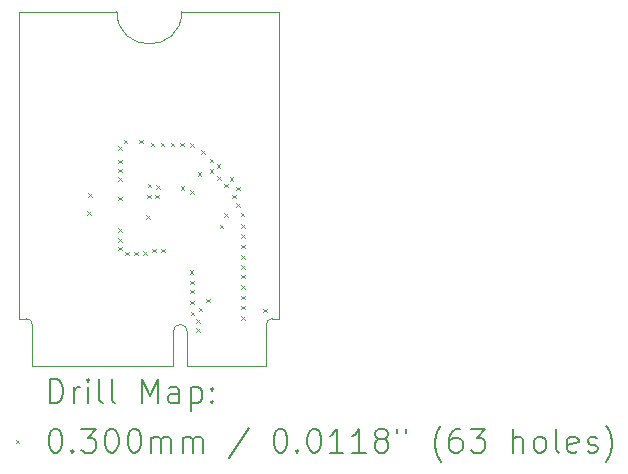
<source format=gbr>
%TF.GenerationSoftware,KiCad,Pcbnew,7.0.11-7.0.11~ubuntu22.04.1*%
%TF.CreationDate,2024-05-19T21:46:37+02:00*%
%TF.ProjectId,m.2_usd,6d2e325f-7573-4642-9e6b-696361645f70,rev?*%
%TF.SameCoordinates,Original*%
%TF.FileFunction,Drillmap*%
%TF.FilePolarity,Positive*%
%FSLAX45Y45*%
G04 Gerber Fmt 4.5, Leading zero omitted, Abs format (unit mm)*
G04 Created by KiCad (PCBNEW 7.0.11-7.0.11~ubuntu22.04.1) date 2024-05-19 21:46:37*
%MOMM*%
%LPD*%
G01*
G04 APERTURE LIST*
%ADD10C,0.050000*%
%ADD11C,0.200000*%
%ADD12C,0.100000*%
G04 APERTURE END LIST*
D10*
X-1100000Y3000000D02*
X-1100000Y400000D01*
X-1100000Y400000D02*
X-1040000Y400000D01*
X-990000Y0D02*
X-990000Y350000D01*
X-990000Y0D02*
X202500Y0D01*
X-275000Y3000000D02*
X-1100000Y3000000D01*
X202500Y0D02*
X202500Y290000D01*
X275000Y3000000D02*
X1100000Y3000000D01*
X322500Y0D02*
X322500Y290000D01*
X990000Y0D02*
X322500Y0D01*
X990000Y0D02*
X990000Y350000D01*
X1100000Y3000000D02*
X1100000Y400000D01*
X1100000Y400000D02*
X1040000Y400000D01*
X-990000Y350000D02*
G75*
G03*
X-1040000Y400000I-50000J0D01*
G01*
X322500Y290000D02*
G75*
G03*
X202500Y290000I-60000J0D01*
G01*
X-275000Y3000000D02*
G75*
G03*
X275000Y3000000I275000J0D01*
G01*
X1040000Y400000D02*
G75*
G03*
X990000Y350000I0J-50000D01*
G01*
D11*
D12*
X-525000Y1307500D02*
X-495000Y1277500D01*
X-495000Y1307500D02*
X-525000Y1277500D01*
X-515000Y1462500D02*
X-485000Y1432500D01*
X-485000Y1462500D02*
X-515000Y1432500D01*
X-265000Y1860000D02*
X-235000Y1830000D01*
X-235000Y1860000D02*
X-265000Y1830000D01*
X-265000Y1745000D02*
X-235000Y1715000D01*
X-235000Y1745000D02*
X-265000Y1715000D01*
X-265000Y1670000D02*
X-235000Y1640000D01*
X-235000Y1670000D02*
X-265000Y1640000D01*
X-265000Y1595000D02*
X-235000Y1565000D01*
X-235000Y1595000D02*
X-265000Y1565000D01*
X-265000Y1430000D02*
X-235000Y1400000D01*
X-235000Y1430000D02*
X-265000Y1400000D01*
X-265000Y1165000D02*
X-235000Y1135000D01*
X-235000Y1165000D02*
X-265000Y1135000D01*
X-265000Y1080000D02*
X-235000Y1050000D01*
X-235000Y1080000D02*
X-265000Y1050000D01*
X-265000Y1010000D02*
X-235000Y980000D01*
X-235000Y1010000D02*
X-265000Y980000D01*
X-215000Y1915000D02*
X-185000Y1885000D01*
X-185000Y1915000D02*
X-215000Y1885000D01*
X-205000Y965000D02*
X-175000Y935000D01*
X-175000Y965000D02*
X-205000Y935000D01*
X-130000Y965000D02*
X-100000Y935000D01*
X-100000Y965000D02*
X-130000Y935000D01*
X-85000Y1915000D02*
X-55000Y1885000D01*
X-55000Y1915000D02*
X-85000Y1885000D01*
X-50000Y970000D02*
X-20000Y940000D01*
X-20000Y970000D02*
X-50000Y940000D01*
X-25000Y1275000D02*
X5000Y1245000D01*
X5000Y1275000D02*
X-25000Y1245000D01*
X-20000Y1450000D02*
X10000Y1420000D01*
X10000Y1450000D02*
X-20000Y1420000D01*
X-15000Y1540000D02*
X15000Y1510000D01*
X15000Y1540000D02*
X-15000Y1510000D01*
X10000Y1890000D02*
X40000Y1860000D01*
X40000Y1890000D02*
X10000Y1860000D01*
X25000Y990000D02*
X55000Y960000D01*
X55000Y990000D02*
X25000Y960000D01*
X50000Y1450000D02*
X80000Y1420000D01*
X80000Y1450000D02*
X50000Y1420000D01*
X60000Y1530000D02*
X90000Y1500000D01*
X90000Y1530000D02*
X60000Y1500000D01*
X95000Y1890000D02*
X125000Y1860000D01*
X125000Y1890000D02*
X95000Y1860000D01*
X100000Y990000D02*
X130000Y960000D01*
X130000Y990000D02*
X100000Y960000D01*
X180000Y1890000D02*
X210000Y1860000D01*
X210000Y1890000D02*
X180000Y1860000D01*
X260000Y1890000D02*
X290000Y1860000D01*
X290000Y1890000D02*
X260000Y1860000D01*
X265000Y1520167D02*
X295000Y1490167D01*
X295000Y1520167D02*
X265000Y1490167D01*
X342500Y807500D02*
X372500Y777500D01*
X372500Y807500D02*
X342500Y777500D01*
X345000Y1885000D02*
X375000Y1855000D01*
X375000Y1885000D02*
X345000Y1855000D01*
X345000Y1485000D02*
X375000Y1455000D01*
X375000Y1485000D02*
X345000Y1455000D01*
X345000Y720000D02*
X375000Y690000D01*
X375000Y720000D02*
X345000Y690000D01*
X345000Y645000D02*
X375000Y615000D01*
X375000Y645000D02*
X345000Y615000D01*
X345000Y550000D02*
X375000Y520000D01*
X375000Y550000D02*
X345000Y520000D01*
X349065Y459547D02*
X379065Y429547D01*
X379065Y459547D02*
X349065Y429547D01*
X395000Y395000D02*
X425000Y365000D01*
X425000Y395000D02*
X395000Y365000D01*
X395000Y320000D02*
X425000Y290000D01*
X425000Y320000D02*
X395000Y290000D01*
X410000Y1640000D02*
X440000Y1610000D01*
X440000Y1640000D02*
X410000Y1610000D01*
X416577Y492214D02*
X446577Y462214D01*
X446577Y492214D02*
X416577Y462214D01*
X440000Y1825000D02*
X470000Y1795000D01*
X470000Y1825000D02*
X440000Y1795000D01*
X479629Y567129D02*
X509629Y537129D01*
X509629Y567129D02*
X479629Y537129D01*
X510000Y1755000D02*
X540000Y1725000D01*
X540000Y1755000D02*
X510000Y1725000D01*
X510000Y1665000D02*
X540000Y1635000D01*
X540000Y1665000D02*
X510000Y1635000D01*
X570000Y1705000D02*
X600000Y1675000D01*
X600000Y1705000D02*
X570000Y1675000D01*
X575000Y1605000D02*
X605000Y1575000D01*
X605000Y1605000D02*
X575000Y1575000D01*
X595000Y1195000D02*
X625000Y1165000D01*
X625000Y1195000D02*
X595000Y1165000D01*
X635000Y1540000D02*
X665000Y1510000D01*
X665000Y1540000D02*
X635000Y1510000D01*
X635000Y1290000D02*
X665000Y1260000D01*
X665000Y1290000D02*
X635000Y1260000D01*
X680000Y1595000D02*
X710000Y1565000D01*
X710000Y1595000D02*
X680000Y1565000D01*
X700000Y1450000D02*
X730000Y1420000D01*
X730000Y1450000D02*
X700000Y1420000D01*
X735000Y1515000D02*
X765000Y1485000D01*
X765000Y1515000D02*
X735000Y1485000D01*
X735000Y1375000D02*
X765000Y1345000D01*
X765000Y1375000D02*
X735000Y1345000D01*
X775000Y1295000D02*
X805000Y1265000D01*
X805000Y1295000D02*
X775000Y1265000D01*
X780000Y1200000D02*
X810000Y1170000D01*
X810000Y1200000D02*
X780000Y1170000D01*
X780000Y1112500D02*
X810000Y1082500D01*
X810000Y1112500D02*
X780000Y1082500D01*
X780000Y1025000D02*
X810000Y995000D01*
X810000Y1025000D02*
X780000Y995000D01*
X780000Y937500D02*
X810000Y907500D01*
X810000Y937500D02*
X780000Y907500D01*
X780000Y850000D02*
X810000Y820000D01*
X810000Y850000D02*
X780000Y820000D01*
X780000Y770000D02*
X810000Y740000D01*
X810000Y770000D02*
X780000Y740000D01*
X780000Y682500D02*
X810000Y652500D01*
X810000Y682500D02*
X780000Y652500D01*
X780000Y595000D02*
X810000Y565000D01*
X810000Y595000D02*
X780000Y565000D01*
X780000Y507500D02*
X810000Y477500D01*
X810000Y507500D02*
X780000Y477500D01*
X780000Y420000D02*
X810000Y390000D01*
X810000Y420000D02*
X780000Y390000D01*
X965000Y485000D02*
X995000Y455000D01*
X995000Y485000D02*
X965000Y455000D01*
D11*
X-841723Y-313984D02*
X-841723Y-113984D01*
X-841723Y-113984D02*
X-794104Y-113984D01*
X-794104Y-113984D02*
X-765533Y-123508D01*
X-765533Y-123508D02*
X-746485Y-142555D01*
X-746485Y-142555D02*
X-736961Y-161603D01*
X-736961Y-161603D02*
X-727437Y-199698D01*
X-727437Y-199698D02*
X-727437Y-228269D01*
X-727437Y-228269D02*
X-736961Y-266365D01*
X-736961Y-266365D02*
X-746485Y-285412D01*
X-746485Y-285412D02*
X-765533Y-304460D01*
X-765533Y-304460D02*
X-794104Y-313984D01*
X-794104Y-313984D02*
X-841723Y-313984D01*
X-641723Y-313984D02*
X-641723Y-180650D01*
X-641723Y-218746D02*
X-632199Y-199698D01*
X-632199Y-199698D02*
X-622676Y-190174D01*
X-622676Y-190174D02*
X-603628Y-180650D01*
X-603628Y-180650D02*
X-584580Y-180650D01*
X-517914Y-313984D02*
X-517914Y-180650D01*
X-517914Y-113984D02*
X-527437Y-123508D01*
X-527437Y-123508D02*
X-517914Y-133031D01*
X-517914Y-133031D02*
X-508390Y-123508D01*
X-508390Y-123508D02*
X-517914Y-113984D01*
X-517914Y-113984D02*
X-517914Y-133031D01*
X-394104Y-313984D02*
X-413152Y-304460D01*
X-413152Y-304460D02*
X-422675Y-285412D01*
X-422675Y-285412D02*
X-422675Y-113984D01*
X-289342Y-313984D02*
X-308390Y-304460D01*
X-308390Y-304460D02*
X-317914Y-285412D01*
X-317914Y-285412D02*
X-317914Y-113984D01*
X-60771Y-313984D02*
X-60771Y-113984D01*
X-60771Y-113984D02*
X5896Y-256841D01*
X5896Y-256841D02*
X72563Y-113984D01*
X72563Y-113984D02*
X72563Y-313984D01*
X253515Y-313984D02*
X253515Y-209222D01*
X253515Y-209222D02*
X243991Y-190174D01*
X243991Y-190174D02*
X224943Y-180650D01*
X224943Y-180650D02*
X186848Y-180650D01*
X186848Y-180650D02*
X167801Y-190174D01*
X253515Y-304460D02*
X234467Y-313984D01*
X234467Y-313984D02*
X186848Y-313984D01*
X186848Y-313984D02*
X167801Y-304460D01*
X167801Y-304460D02*
X158277Y-285412D01*
X158277Y-285412D02*
X158277Y-266365D01*
X158277Y-266365D02*
X167801Y-247317D01*
X167801Y-247317D02*
X186848Y-237793D01*
X186848Y-237793D02*
X234467Y-237793D01*
X234467Y-237793D02*
X253515Y-228269D01*
X348753Y-180650D02*
X348753Y-380650D01*
X348753Y-190174D02*
X367801Y-180650D01*
X367801Y-180650D02*
X405896Y-180650D01*
X405896Y-180650D02*
X424943Y-190174D01*
X424943Y-190174D02*
X434467Y-199698D01*
X434467Y-199698D02*
X443991Y-218746D01*
X443991Y-218746D02*
X443991Y-275889D01*
X443991Y-275889D02*
X434467Y-294936D01*
X434467Y-294936D02*
X424943Y-304460D01*
X424943Y-304460D02*
X405896Y-313984D01*
X405896Y-313984D02*
X367801Y-313984D01*
X367801Y-313984D02*
X348753Y-304460D01*
X529705Y-294936D02*
X539229Y-304460D01*
X539229Y-304460D02*
X529705Y-313984D01*
X529705Y-313984D02*
X520182Y-304460D01*
X520182Y-304460D02*
X529705Y-294936D01*
X529705Y-294936D02*
X529705Y-313984D01*
X529705Y-190174D02*
X539229Y-199698D01*
X539229Y-199698D02*
X529705Y-209222D01*
X529705Y-209222D02*
X520182Y-199698D01*
X520182Y-199698D02*
X529705Y-190174D01*
X529705Y-190174D02*
X529705Y-209222D01*
D12*
X-1132500Y-627500D02*
X-1102500Y-657500D01*
X-1102500Y-627500D02*
X-1132500Y-657500D01*
D11*
X-803628Y-533984D02*
X-784580Y-533984D01*
X-784580Y-533984D02*
X-765533Y-543508D01*
X-765533Y-543508D02*
X-756009Y-553031D01*
X-756009Y-553031D02*
X-746485Y-572079D01*
X-746485Y-572079D02*
X-736961Y-610174D01*
X-736961Y-610174D02*
X-736961Y-657793D01*
X-736961Y-657793D02*
X-746485Y-695889D01*
X-746485Y-695889D02*
X-756009Y-714936D01*
X-756009Y-714936D02*
X-765533Y-724460D01*
X-765533Y-724460D02*
X-784580Y-733984D01*
X-784580Y-733984D02*
X-803628Y-733984D01*
X-803628Y-733984D02*
X-822675Y-724460D01*
X-822675Y-724460D02*
X-832199Y-714936D01*
X-832199Y-714936D02*
X-841723Y-695889D01*
X-841723Y-695889D02*
X-851247Y-657793D01*
X-851247Y-657793D02*
X-851247Y-610174D01*
X-851247Y-610174D02*
X-841723Y-572079D01*
X-841723Y-572079D02*
X-832199Y-553031D01*
X-832199Y-553031D02*
X-822675Y-543508D01*
X-822675Y-543508D02*
X-803628Y-533984D01*
X-651247Y-714936D02*
X-641723Y-724460D01*
X-641723Y-724460D02*
X-651247Y-733984D01*
X-651247Y-733984D02*
X-660771Y-724460D01*
X-660771Y-724460D02*
X-651247Y-714936D01*
X-651247Y-714936D02*
X-651247Y-733984D01*
X-575056Y-533984D02*
X-451247Y-533984D01*
X-451247Y-533984D02*
X-517914Y-610174D01*
X-517914Y-610174D02*
X-489342Y-610174D01*
X-489342Y-610174D02*
X-470294Y-619698D01*
X-470294Y-619698D02*
X-460771Y-629222D01*
X-460771Y-629222D02*
X-451247Y-648270D01*
X-451247Y-648270D02*
X-451247Y-695889D01*
X-451247Y-695889D02*
X-460771Y-714936D01*
X-460771Y-714936D02*
X-470294Y-724460D01*
X-470294Y-724460D02*
X-489342Y-733984D01*
X-489342Y-733984D02*
X-546485Y-733984D01*
X-546485Y-733984D02*
X-565533Y-724460D01*
X-565533Y-724460D02*
X-575056Y-714936D01*
X-327437Y-533984D02*
X-308390Y-533984D01*
X-308390Y-533984D02*
X-289342Y-543508D01*
X-289342Y-543508D02*
X-279818Y-553031D01*
X-279818Y-553031D02*
X-270295Y-572079D01*
X-270295Y-572079D02*
X-260771Y-610174D01*
X-260771Y-610174D02*
X-260771Y-657793D01*
X-260771Y-657793D02*
X-270295Y-695889D01*
X-270295Y-695889D02*
X-279818Y-714936D01*
X-279818Y-714936D02*
X-289342Y-724460D01*
X-289342Y-724460D02*
X-308390Y-733984D01*
X-308390Y-733984D02*
X-327437Y-733984D01*
X-327437Y-733984D02*
X-346485Y-724460D01*
X-346485Y-724460D02*
X-356009Y-714936D01*
X-356009Y-714936D02*
X-365533Y-695889D01*
X-365533Y-695889D02*
X-375056Y-657793D01*
X-375056Y-657793D02*
X-375056Y-610174D01*
X-375056Y-610174D02*
X-365533Y-572079D01*
X-365533Y-572079D02*
X-356009Y-553031D01*
X-356009Y-553031D02*
X-346485Y-543508D01*
X-346485Y-543508D02*
X-327437Y-533984D01*
X-136961Y-533984D02*
X-117913Y-533984D01*
X-117913Y-533984D02*
X-98866Y-543508D01*
X-98866Y-543508D02*
X-89342Y-553031D01*
X-89342Y-553031D02*
X-79818Y-572079D01*
X-79818Y-572079D02*
X-70295Y-610174D01*
X-70295Y-610174D02*
X-70295Y-657793D01*
X-70295Y-657793D02*
X-79818Y-695889D01*
X-79818Y-695889D02*
X-89342Y-714936D01*
X-89342Y-714936D02*
X-98866Y-724460D01*
X-98866Y-724460D02*
X-117913Y-733984D01*
X-117913Y-733984D02*
X-136961Y-733984D01*
X-136961Y-733984D02*
X-156009Y-724460D01*
X-156009Y-724460D02*
X-165533Y-714936D01*
X-165533Y-714936D02*
X-175056Y-695889D01*
X-175056Y-695889D02*
X-184580Y-657793D01*
X-184580Y-657793D02*
X-184580Y-610174D01*
X-184580Y-610174D02*
X-175056Y-572079D01*
X-175056Y-572079D02*
X-165533Y-553031D01*
X-165533Y-553031D02*
X-156009Y-543508D01*
X-156009Y-543508D02*
X-136961Y-533984D01*
X15420Y-733984D02*
X15420Y-600650D01*
X15420Y-619698D02*
X24943Y-610174D01*
X24943Y-610174D02*
X43991Y-600650D01*
X43991Y-600650D02*
X72563Y-600650D01*
X72563Y-600650D02*
X91610Y-610174D01*
X91610Y-610174D02*
X101134Y-629222D01*
X101134Y-629222D02*
X101134Y-733984D01*
X101134Y-629222D02*
X110658Y-610174D01*
X110658Y-610174D02*
X129705Y-600650D01*
X129705Y-600650D02*
X158277Y-600650D01*
X158277Y-600650D02*
X177324Y-610174D01*
X177324Y-610174D02*
X186848Y-629222D01*
X186848Y-629222D02*
X186848Y-733984D01*
X282086Y-733984D02*
X282086Y-600650D01*
X282086Y-619698D02*
X291610Y-610174D01*
X291610Y-610174D02*
X310658Y-600650D01*
X310658Y-600650D02*
X339229Y-600650D01*
X339229Y-600650D02*
X358277Y-610174D01*
X358277Y-610174D02*
X367801Y-629222D01*
X367801Y-629222D02*
X367801Y-733984D01*
X367801Y-629222D02*
X377324Y-610174D01*
X377324Y-610174D02*
X396372Y-600650D01*
X396372Y-600650D02*
X424943Y-600650D01*
X424943Y-600650D02*
X443991Y-610174D01*
X443991Y-610174D02*
X453515Y-629222D01*
X453515Y-629222D02*
X453515Y-733984D01*
X843991Y-524460D02*
X672563Y-781603D01*
X1101134Y-533984D02*
X1120182Y-533984D01*
X1120182Y-533984D02*
X1139229Y-543508D01*
X1139229Y-543508D02*
X1148753Y-553031D01*
X1148753Y-553031D02*
X1158277Y-572079D01*
X1158277Y-572079D02*
X1167801Y-610174D01*
X1167801Y-610174D02*
X1167801Y-657793D01*
X1167801Y-657793D02*
X1158277Y-695889D01*
X1158277Y-695889D02*
X1148753Y-714936D01*
X1148753Y-714936D02*
X1139229Y-724460D01*
X1139229Y-724460D02*
X1120182Y-733984D01*
X1120182Y-733984D02*
X1101134Y-733984D01*
X1101134Y-733984D02*
X1082087Y-724460D01*
X1082087Y-724460D02*
X1072563Y-714936D01*
X1072563Y-714936D02*
X1063039Y-695889D01*
X1063039Y-695889D02*
X1053515Y-657793D01*
X1053515Y-657793D02*
X1053515Y-610174D01*
X1053515Y-610174D02*
X1063039Y-572079D01*
X1063039Y-572079D02*
X1072563Y-553031D01*
X1072563Y-553031D02*
X1082087Y-543508D01*
X1082087Y-543508D02*
X1101134Y-533984D01*
X1253515Y-714936D02*
X1263039Y-724460D01*
X1263039Y-724460D02*
X1253515Y-733984D01*
X1253515Y-733984D02*
X1243991Y-724460D01*
X1243991Y-724460D02*
X1253515Y-714936D01*
X1253515Y-714936D02*
X1253515Y-733984D01*
X1386848Y-533984D02*
X1405896Y-533984D01*
X1405896Y-533984D02*
X1424944Y-543508D01*
X1424944Y-543508D02*
X1434467Y-553031D01*
X1434467Y-553031D02*
X1443991Y-572079D01*
X1443991Y-572079D02*
X1453515Y-610174D01*
X1453515Y-610174D02*
X1453515Y-657793D01*
X1453515Y-657793D02*
X1443991Y-695889D01*
X1443991Y-695889D02*
X1434467Y-714936D01*
X1434467Y-714936D02*
X1424944Y-724460D01*
X1424944Y-724460D02*
X1405896Y-733984D01*
X1405896Y-733984D02*
X1386848Y-733984D01*
X1386848Y-733984D02*
X1367801Y-724460D01*
X1367801Y-724460D02*
X1358277Y-714936D01*
X1358277Y-714936D02*
X1348753Y-695889D01*
X1348753Y-695889D02*
X1339229Y-657793D01*
X1339229Y-657793D02*
X1339229Y-610174D01*
X1339229Y-610174D02*
X1348753Y-572079D01*
X1348753Y-572079D02*
X1358277Y-553031D01*
X1358277Y-553031D02*
X1367801Y-543508D01*
X1367801Y-543508D02*
X1386848Y-533984D01*
X1643991Y-733984D02*
X1529706Y-733984D01*
X1586848Y-733984D02*
X1586848Y-533984D01*
X1586848Y-533984D02*
X1567801Y-562555D01*
X1567801Y-562555D02*
X1548753Y-581603D01*
X1548753Y-581603D02*
X1529706Y-591127D01*
X1834467Y-733984D02*
X1720182Y-733984D01*
X1777325Y-733984D02*
X1777325Y-533984D01*
X1777325Y-533984D02*
X1758277Y-562555D01*
X1758277Y-562555D02*
X1739229Y-581603D01*
X1739229Y-581603D02*
X1720182Y-591127D01*
X1948753Y-619698D02*
X1929706Y-610174D01*
X1929706Y-610174D02*
X1920182Y-600650D01*
X1920182Y-600650D02*
X1910658Y-581603D01*
X1910658Y-581603D02*
X1910658Y-572079D01*
X1910658Y-572079D02*
X1920182Y-553031D01*
X1920182Y-553031D02*
X1929706Y-543508D01*
X1929706Y-543508D02*
X1948753Y-533984D01*
X1948753Y-533984D02*
X1986848Y-533984D01*
X1986848Y-533984D02*
X2005896Y-543508D01*
X2005896Y-543508D02*
X2015420Y-553031D01*
X2015420Y-553031D02*
X2024944Y-572079D01*
X2024944Y-572079D02*
X2024944Y-581603D01*
X2024944Y-581603D02*
X2015420Y-600650D01*
X2015420Y-600650D02*
X2005896Y-610174D01*
X2005896Y-610174D02*
X1986848Y-619698D01*
X1986848Y-619698D02*
X1948753Y-619698D01*
X1948753Y-619698D02*
X1929706Y-629222D01*
X1929706Y-629222D02*
X1920182Y-638746D01*
X1920182Y-638746D02*
X1910658Y-657793D01*
X1910658Y-657793D02*
X1910658Y-695889D01*
X1910658Y-695889D02*
X1920182Y-714936D01*
X1920182Y-714936D02*
X1929706Y-724460D01*
X1929706Y-724460D02*
X1948753Y-733984D01*
X1948753Y-733984D02*
X1986848Y-733984D01*
X1986848Y-733984D02*
X2005896Y-724460D01*
X2005896Y-724460D02*
X2015420Y-714936D01*
X2015420Y-714936D02*
X2024944Y-695889D01*
X2024944Y-695889D02*
X2024944Y-657793D01*
X2024944Y-657793D02*
X2015420Y-638746D01*
X2015420Y-638746D02*
X2005896Y-629222D01*
X2005896Y-629222D02*
X1986848Y-619698D01*
X2101134Y-533984D02*
X2101134Y-572079D01*
X2177325Y-533984D02*
X2177325Y-572079D01*
X2472563Y-810174D02*
X2463039Y-800650D01*
X2463039Y-800650D02*
X2443991Y-772079D01*
X2443991Y-772079D02*
X2434468Y-753031D01*
X2434468Y-753031D02*
X2424944Y-724460D01*
X2424944Y-724460D02*
X2415420Y-676841D01*
X2415420Y-676841D02*
X2415420Y-638746D01*
X2415420Y-638746D02*
X2424944Y-591127D01*
X2424944Y-591127D02*
X2434468Y-562555D01*
X2434468Y-562555D02*
X2443991Y-543508D01*
X2443991Y-543508D02*
X2463039Y-514936D01*
X2463039Y-514936D02*
X2472563Y-505412D01*
X2634468Y-533984D02*
X2596372Y-533984D01*
X2596372Y-533984D02*
X2577325Y-543508D01*
X2577325Y-543508D02*
X2567801Y-553031D01*
X2567801Y-553031D02*
X2548753Y-581603D01*
X2548753Y-581603D02*
X2539230Y-619698D01*
X2539230Y-619698D02*
X2539230Y-695889D01*
X2539230Y-695889D02*
X2548753Y-714936D01*
X2548753Y-714936D02*
X2558277Y-724460D01*
X2558277Y-724460D02*
X2577325Y-733984D01*
X2577325Y-733984D02*
X2615420Y-733984D01*
X2615420Y-733984D02*
X2634468Y-724460D01*
X2634468Y-724460D02*
X2643991Y-714936D01*
X2643991Y-714936D02*
X2653515Y-695889D01*
X2653515Y-695889D02*
X2653515Y-648270D01*
X2653515Y-648270D02*
X2643991Y-629222D01*
X2643991Y-629222D02*
X2634468Y-619698D01*
X2634468Y-619698D02*
X2615420Y-610174D01*
X2615420Y-610174D02*
X2577325Y-610174D01*
X2577325Y-610174D02*
X2558277Y-619698D01*
X2558277Y-619698D02*
X2548753Y-629222D01*
X2548753Y-629222D02*
X2539230Y-648270D01*
X2720182Y-533984D02*
X2843991Y-533984D01*
X2843991Y-533984D02*
X2777325Y-610174D01*
X2777325Y-610174D02*
X2805896Y-610174D01*
X2805896Y-610174D02*
X2824944Y-619698D01*
X2824944Y-619698D02*
X2834468Y-629222D01*
X2834468Y-629222D02*
X2843991Y-648270D01*
X2843991Y-648270D02*
X2843991Y-695889D01*
X2843991Y-695889D02*
X2834468Y-714936D01*
X2834468Y-714936D02*
X2824944Y-724460D01*
X2824944Y-724460D02*
X2805896Y-733984D01*
X2805896Y-733984D02*
X2748753Y-733984D01*
X2748753Y-733984D02*
X2729706Y-724460D01*
X2729706Y-724460D02*
X2720182Y-714936D01*
X3082087Y-733984D02*
X3082087Y-533984D01*
X3167801Y-733984D02*
X3167801Y-629222D01*
X3167801Y-629222D02*
X3158277Y-610174D01*
X3158277Y-610174D02*
X3139230Y-600650D01*
X3139230Y-600650D02*
X3110658Y-600650D01*
X3110658Y-600650D02*
X3091610Y-610174D01*
X3091610Y-610174D02*
X3082087Y-619698D01*
X3291610Y-733984D02*
X3272563Y-724460D01*
X3272563Y-724460D02*
X3263039Y-714936D01*
X3263039Y-714936D02*
X3253515Y-695889D01*
X3253515Y-695889D02*
X3253515Y-638746D01*
X3253515Y-638746D02*
X3263039Y-619698D01*
X3263039Y-619698D02*
X3272563Y-610174D01*
X3272563Y-610174D02*
X3291610Y-600650D01*
X3291610Y-600650D02*
X3320182Y-600650D01*
X3320182Y-600650D02*
X3339230Y-610174D01*
X3339230Y-610174D02*
X3348753Y-619698D01*
X3348753Y-619698D02*
X3358277Y-638746D01*
X3358277Y-638746D02*
X3358277Y-695889D01*
X3358277Y-695889D02*
X3348753Y-714936D01*
X3348753Y-714936D02*
X3339230Y-724460D01*
X3339230Y-724460D02*
X3320182Y-733984D01*
X3320182Y-733984D02*
X3291610Y-733984D01*
X3472563Y-733984D02*
X3453515Y-724460D01*
X3453515Y-724460D02*
X3443991Y-705412D01*
X3443991Y-705412D02*
X3443991Y-533984D01*
X3624944Y-724460D02*
X3605896Y-733984D01*
X3605896Y-733984D02*
X3567801Y-733984D01*
X3567801Y-733984D02*
X3548753Y-724460D01*
X3548753Y-724460D02*
X3539230Y-705412D01*
X3539230Y-705412D02*
X3539230Y-629222D01*
X3539230Y-629222D02*
X3548753Y-610174D01*
X3548753Y-610174D02*
X3567801Y-600650D01*
X3567801Y-600650D02*
X3605896Y-600650D01*
X3605896Y-600650D02*
X3624944Y-610174D01*
X3624944Y-610174D02*
X3634468Y-629222D01*
X3634468Y-629222D02*
X3634468Y-648270D01*
X3634468Y-648270D02*
X3539230Y-667317D01*
X3710658Y-724460D02*
X3729706Y-733984D01*
X3729706Y-733984D02*
X3767801Y-733984D01*
X3767801Y-733984D02*
X3786849Y-724460D01*
X3786849Y-724460D02*
X3796372Y-705412D01*
X3796372Y-705412D02*
X3796372Y-695889D01*
X3796372Y-695889D02*
X3786849Y-676841D01*
X3786849Y-676841D02*
X3767801Y-667317D01*
X3767801Y-667317D02*
X3739230Y-667317D01*
X3739230Y-667317D02*
X3720182Y-657793D01*
X3720182Y-657793D02*
X3710658Y-638746D01*
X3710658Y-638746D02*
X3710658Y-629222D01*
X3710658Y-629222D02*
X3720182Y-610174D01*
X3720182Y-610174D02*
X3739230Y-600650D01*
X3739230Y-600650D02*
X3767801Y-600650D01*
X3767801Y-600650D02*
X3786849Y-610174D01*
X3863039Y-810174D02*
X3872563Y-800650D01*
X3872563Y-800650D02*
X3891611Y-772079D01*
X3891611Y-772079D02*
X3901134Y-753031D01*
X3901134Y-753031D02*
X3910658Y-724460D01*
X3910658Y-724460D02*
X3920182Y-676841D01*
X3920182Y-676841D02*
X3920182Y-638746D01*
X3920182Y-638746D02*
X3910658Y-591127D01*
X3910658Y-591127D02*
X3901134Y-562555D01*
X3901134Y-562555D02*
X3891611Y-543508D01*
X3891611Y-543508D02*
X3872563Y-514936D01*
X3872563Y-514936D02*
X3863039Y-505412D01*
M02*

</source>
